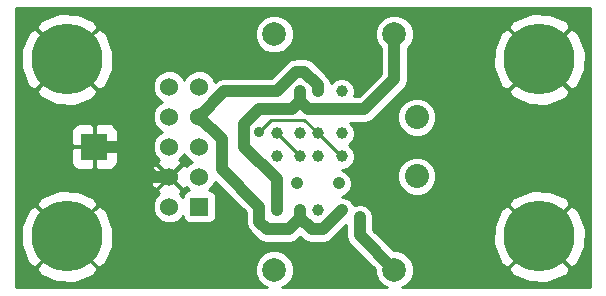
<source format=gtl>
%FSLAX36Y36*%
G04 Gerber Fmt 3.6, Leading zero omitted, Abs format (unit inch)*
G04 Created by KiCad (PCBNEW (2014-jul-16 BZR unknown)-product) date Thu 30 Oct 2014 11:01:01 AM PDT*
%MOIN*%
G01*
G04 APERTURE LIST*
%ADD10C,0.003937*%
%ADD11C,0.236220*%
%ADD12C,0.078700*%
%ADD13R,0.088000X0.088000*%
%ADD14C,0.039370*%
%ADD15C,0.041339*%
%ADD16C,0.080000*%
%ADD17R,0.060000X0.060000*%
%ADD18C,0.060000*%
%ADD19C,0.035000*%
%ADD20C,0.040000*%
%ADD21C,0.010000*%
G04 APERTURE END LIST*
D10*
D11*
X4133858Y-4133858D03*
X5708661Y-4133858D03*
X4133858Y-4724409D03*
X5708661Y-4724409D03*
D12*
X5225000Y-4835000D03*
X4825000Y-4835000D03*
X5225000Y-4050000D03*
X4825000Y-4050000D03*
D13*
X4225000Y-4425000D03*
D14*
X4832677Y-4636772D03*
X4911417Y-4636811D03*
X4832677Y-4457677D03*
X4911417Y-4457677D03*
D15*
X4901575Y-4547244D03*
D14*
X4970472Y-4636772D03*
X5049213Y-4636811D03*
X4970472Y-4457677D03*
X5049213Y-4457677D03*
D15*
X5039370Y-4547244D03*
D14*
X4911417Y-4241142D03*
X4832677Y-4241142D03*
X4911417Y-4380906D03*
X4832677Y-4380906D03*
X5049213Y-4241142D03*
X4970472Y-4241142D03*
X5049213Y-4380906D03*
X4970472Y-4380906D03*
D16*
X5300000Y-4523425D03*
X5300000Y-4326575D03*
D17*
X4575000Y-4625000D03*
D18*
X4475000Y-4625000D03*
X4575000Y-4525000D03*
X4475000Y-4525000D03*
X4575000Y-4425000D03*
X4475000Y-4425000D03*
X4575000Y-4325000D03*
X4475000Y-4325000D03*
X4575000Y-4225000D03*
X4475000Y-4225000D03*
D19*
X5110000Y-4660000D03*
X4775000Y-4375000D03*
D20*
X5225000Y-4835000D02*
X5110000Y-4720000D01*
X5110000Y-4720000D02*
X5110000Y-4660000D01*
X4832677Y-4636772D02*
X4832677Y-4532677D01*
X4725000Y-4350000D02*
X4775000Y-4300000D01*
X4725000Y-4425000D02*
X4725000Y-4350000D01*
X4832677Y-4532677D02*
X4725000Y-4425000D01*
X4883770Y-4300000D02*
X4911417Y-4272353D01*
X4775000Y-4300000D02*
X4883770Y-4300000D01*
X4911417Y-4241142D02*
X4911417Y-4272353D01*
X5225000Y-4200000D02*
X5225000Y-4050000D01*
X5125000Y-4300000D02*
X5225000Y-4200000D01*
X4939064Y-4300000D02*
X5125000Y-4300000D01*
X4911417Y-4272353D02*
X4939064Y-4300000D01*
D21*
X4970472Y-4380906D02*
X5047244Y-4457677D01*
X5047244Y-4457677D02*
X5049213Y-4457677D01*
X4924567Y-4335000D02*
X4815000Y-4335000D01*
X4815000Y-4335000D02*
X4775000Y-4375000D01*
X4924567Y-4335000D02*
X4970472Y-4380906D01*
X4832677Y-4380906D02*
X4909449Y-4457677D01*
X4909449Y-4457677D02*
X4911417Y-4457677D01*
D20*
X4133858Y-4724409D02*
X4134449Y-4725000D01*
X4425000Y-4525000D02*
X4325000Y-4425000D01*
X4325000Y-4425000D02*
X4225000Y-4425000D01*
X4475000Y-4525000D02*
X4425000Y-4525000D01*
X4970472Y-4241142D02*
X4970472Y-4220472D01*
X4898819Y-4175000D02*
X4832677Y-4241142D01*
X4925000Y-4175000D02*
X4898819Y-4175000D01*
X4970472Y-4220472D02*
X4925000Y-4175000D01*
X4911417Y-4661417D02*
X4911417Y-4636811D01*
X5049213Y-4636811D02*
X4986024Y-4700000D01*
X4950000Y-4700000D02*
X4911417Y-4661417D01*
X4986024Y-4700000D02*
X4950000Y-4700000D01*
X4658858Y-4241142D02*
X4575000Y-4325000D01*
X4832677Y-4241142D02*
X4658858Y-4241142D01*
X4650000Y-4400000D02*
X4650000Y-4500000D01*
X4650000Y-4500000D02*
X4775000Y-4625000D01*
X4775000Y-4625000D02*
X4775000Y-4675000D01*
X4775000Y-4675000D02*
X4800000Y-4700000D01*
X4800000Y-4700000D02*
X4872835Y-4700000D01*
X4872835Y-4700000D02*
X4911417Y-4661417D01*
X4575000Y-4325000D02*
X4650000Y-4400000D01*
D21*
G36*
X5878543Y-4894291D02*
X5862690Y-4894291D01*
X5862690Y-4699001D01*
X5862690Y-4108450D01*
X5841242Y-4051440D01*
X5835542Y-4042910D01*
X5813565Y-4030369D01*
X5812151Y-4031783D01*
X5812151Y-4028954D01*
X5799610Y-4006978D01*
X5744131Y-3981831D01*
X5683253Y-3979830D01*
X5626243Y-4001278D01*
X5617713Y-4006978D01*
X5605172Y-4028954D01*
X5708661Y-4132444D01*
X5812151Y-4028954D01*
X5812151Y-4031783D01*
X5710076Y-4133858D01*
X5813565Y-4237348D01*
X5835542Y-4224806D01*
X5860688Y-4169328D01*
X5862690Y-4108450D01*
X5862690Y-4699001D01*
X5841242Y-4641991D01*
X5835542Y-4633461D01*
X5813565Y-4620920D01*
X5812151Y-4622334D01*
X5812151Y-4619506D01*
X5812151Y-4238762D01*
X5708661Y-4135272D01*
X5707247Y-4136687D01*
X5707247Y-4133858D01*
X5603758Y-4030369D01*
X5581781Y-4042910D01*
X5556635Y-4098388D01*
X5554633Y-4159266D01*
X5576081Y-4216276D01*
X5581781Y-4224806D01*
X5603758Y-4237348D01*
X5707247Y-4133858D01*
X5707247Y-4136687D01*
X5605172Y-4238762D01*
X5617713Y-4260739D01*
X5673191Y-4285885D01*
X5734070Y-4287887D01*
X5791080Y-4266439D01*
X5799610Y-4260739D01*
X5812151Y-4238762D01*
X5812151Y-4619506D01*
X5799610Y-4597529D01*
X5744131Y-4572383D01*
X5683253Y-4570381D01*
X5626243Y-4591829D01*
X5617713Y-4597529D01*
X5605172Y-4619506D01*
X5708661Y-4722995D01*
X5812151Y-4619506D01*
X5812151Y-4622334D01*
X5710076Y-4724409D01*
X5813565Y-4827899D01*
X5835542Y-4815358D01*
X5860688Y-4759879D01*
X5862690Y-4699001D01*
X5862690Y-4894291D01*
X5812151Y-4894291D01*
X5812151Y-4829313D01*
X5708661Y-4725824D01*
X5707247Y-4727238D01*
X5707247Y-4724409D01*
X5603758Y-4620920D01*
X5581781Y-4633461D01*
X5556635Y-4688939D01*
X5554633Y-4749818D01*
X5576081Y-4806828D01*
X5581781Y-4815358D01*
X5603758Y-4827899D01*
X5707247Y-4724409D01*
X5707247Y-4727238D01*
X5605172Y-4829313D01*
X5617713Y-4851290D01*
X5673191Y-4876436D01*
X5734070Y-4878438D01*
X5791080Y-4856990D01*
X5799610Y-4851290D01*
X5812151Y-4829313D01*
X5812151Y-4894291D01*
X5365011Y-4894291D01*
X5365011Y-4510553D01*
X5365011Y-4313702D01*
X5355136Y-4289803D01*
X5336868Y-4271503D01*
X5312986Y-4261586D01*
X5287127Y-4261564D01*
X5263229Y-4271438D01*
X5244928Y-4289707D01*
X5235011Y-4313589D01*
X5234989Y-4339447D01*
X5244864Y-4363346D01*
X5263132Y-4381647D01*
X5287014Y-4391564D01*
X5312873Y-4391586D01*
X5336771Y-4381711D01*
X5355072Y-4363442D01*
X5364989Y-4339561D01*
X5365011Y-4313702D01*
X5365011Y-4510553D01*
X5355136Y-4486654D01*
X5336868Y-4468353D01*
X5312986Y-4458436D01*
X5287127Y-4458414D01*
X5263229Y-4468289D01*
X5244928Y-4486558D01*
X5235011Y-4510439D01*
X5234989Y-4536298D01*
X5244864Y-4560197D01*
X5263132Y-4578497D01*
X5287014Y-4588414D01*
X5312873Y-4588436D01*
X5336771Y-4578562D01*
X5355072Y-4560293D01*
X5364989Y-4536411D01*
X5365011Y-4510553D01*
X5365011Y-4894291D01*
X5250014Y-4894291D01*
X5261404Y-4889585D01*
X5279521Y-4871499D01*
X5289339Y-4847856D01*
X5289361Y-4822256D01*
X5279585Y-4798596D01*
X5261499Y-4780479D01*
X5237856Y-4770661D01*
X5224289Y-4770649D01*
X5155000Y-4701360D01*
X5155000Y-4660000D01*
X5151575Y-4642779D01*
X5141820Y-4628180D01*
X5127221Y-4618425D01*
X5110000Y-4615000D01*
X5092779Y-4618425D01*
X5090816Y-4619737D01*
X5090787Y-4619590D01*
X5089894Y-4618254D01*
X5087117Y-4611532D01*
X5081933Y-4606339D01*
X5081032Y-4604991D01*
X5079696Y-4604098D01*
X5074558Y-4598951D01*
X5067781Y-4596137D01*
X5066433Y-4595236D01*
X5064857Y-4594923D01*
X5058140Y-4592134D01*
X5050803Y-4592127D01*
X5050488Y-4592065D01*
X5065206Y-4585983D01*
X5078064Y-4573147D01*
X5085031Y-4556368D01*
X5085047Y-4538200D01*
X5078109Y-4521408D01*
X5065273Y-4508550D01*
X5050374Y-4502363D01*
X5058062Y-4502370D01*
X5074492Y-4495581D01*
X5087073Y-4483022D01*
X5093890Y-4466605D01*
X5093905Y-4448828D01*
X5087117Y-4432398D01*
X5074558Y-4419817D01*
X5073309Y-4419298D01*
X5074492Y-4418810D01*
X5087073Y-4406251D01*
X5093890Y-4389833D01*
X5093905Y-4372056D01*
X5087117Y-4355627D01*
X5076509Y-4345000D01*
X5125000Y-4345000D01*
X5142221Y-4341575D01*
X5156820Y-4331820D01*
X5256820Y-4231820D01*
X5266575Y-4217221D01*
X5270000Y-4200000D01*
X5270000Y-4096004D01*
X5279521Y-4086499D01*
X5289339Y-4062856D01*
X5289361Y-4037256D01*
X5279585Y-4013596D01*
X5261499Y-3995479D01*
X5237856Y-3985661D01*
X5212256Y-3985639D01*
X5188596Y-3995415D01*
X5170479Y-4013501D01*
X5160661Y-4037144D01*
X5160639Y-4062744D01*
X5170415Y-4086404D01*
X5180000Y-4096006D01*
X5180000Y-4181360D01*
X5106360Y-4255000D01*
X5091842Y-4255000D01*
X5093890Y-4250069D01*
X5093905Y-4232292D01*
X5087117Y-4215863D01*
X5074558Y-4203282D01*
X5058140Y-4196464D01*
X5040363Y-4196449D01*
X5023934Y-4203238D01*
X5014014Y-4213140D01*
X5012047Y-4203252D01*
X5002292Y-4188653D01*
X4956820Y-4143180D01*
X4942221Y-4133425D01*
X4925000Y-4130000D01*
X4898819Y-4130000D01*
X4889361Y-4131881D01*
X4889361Y-4037256D01*
X4879585Y-4013596D01*
X4861499Y-3995479D01*
X4837856Y-3985661D01*
X4812256Y-3985639D01*
X4788596Y-3995415D01*
X4770479Y-4013501D01*
X4760661Y-4037144D01*
X4760639Y-4062744D01*
X4770415Y-4086404D01*
X4788501Y-4104521D01*
X4812144Y-4114339D01*
X4837744Y-4114361D01*
X4861404Y-4104585D01*
X4879521Y-4086499D01*
X4889339Y-4062856D01*
X4889361Y-4037256D01*
X4889361Y-4131881D01*
X4881598Y-4133425D01*
X4866999Y-4143180D01*
X4814038Y-4196142D01*
X4658858Y-4196142D01*
X4641638Y-4199567D01*
X4627817Y-4208802D01*
X4621654Y-4193886D01*
X4606196Y-4178400D01*
X4585988Y-4170010D01*
X4564108Y-4169990D01*
X4543886Y-4178346D01*
X4528400Y-4193804D01*
X4525002Y-4201989D01*
X4521654Y-4193886D01*
X4506196Y-4178400D01*
X4485988Y-4170010D01*
X4464108Y-4169990D01*
X4443886Y-4178346D01*
X4428400Y-4193804D01*
X4420010Y-4214012D01*
X4419990Y-4235892D01*
X4428346Y-4256114D01*
X4443804Y-4271600D01*
X4451989Y-4274998D01*
X4443886Y-4278346D01*
X4428400Y-4293804D01*
X4420010Y-4314012D01*
X4419990Y-4335892D01*
X4428346Y-4356114D01*
X4443804Y-4371600D01*
X4451989Y-4374998D01*
X4443886Y-4378346D01*
X4428400Y-4393804D01*
X4420010Y-4414012D01*
X4419990Y-4435892D01*
X4428346Y-4456114D01*
X4440756Y-4468546D01*
X4439524Y-4469022D01*
X4436859Y-4470802D01*
X4435038Y-4483624D01*
X4475000Y-4523586D01*
X4514962Y-4483624D01*
X4513141Y-4470802D01*
X4508865Y-4468908D01*
X4521600Y-4456196D01*
X4524998Y-4448011D01*
X4528346Y-4456114D01*
X4543804Y-4471600D01*
X4551989Y-4474998D01*
X4543886Y-4478346D01*
X4531454Y-4490756D01*
X4530978Y-4489524D01*
X4529198Y-4486859D01*
X4516376Y-4485038D01*
X4476414Y-4525000D01*
X4516376Y-4564962D01*
X4529198Y-4563141D01*
X4531092Y-4558865D01*
X4542208Y-4570000D01*
X4540027Y-4570000D01*
X4530839Y-4573806D01*
X4523806Y-4580839D01*
X4520000Y-4590027D01*
X4520000Y-4592229D01*
X4509244Y-4581454D01*
X4510476Y-4580978D01*
X4513141Y-4579198D01*
X4514962Y-4566376D01*
X4475000Y-4526414D01*
X4473586Y-4527828D01*
X4473586Y-4525000D01*
X4433624Y-4485038D01*
X4420802Y-4486859D01*
X4410332Y-4510503D01*
X4409706Y-4536354D01*
X4419022Y-4560476D01*
X4420802Y-4563141D01*
X4433624Y-4564962D01*
X4473586Y-4525000D01*
X4473586Y-4527828D01*
X4435038Y-4566376D01*
X4436859Y-4579198D01*
X4441135Y-4581092D01*
X4428400Y-4593804D01*
X4420010Y-4614012D01*
X4419990Y-4635892D01*
X4428346Y-4656114D01*
X4443804Y-4671600D01*
X4464012Y-4679990D01*
X4485892Y-4680010D01*
X4506114Y-4671654D01*
X4520000Y-4657792D01*
X4520000Y-4659973D01*
X4523806Y-4669161D01*
X4530839Y-4676194D01*
X4540027Y-4680000D01*
X4549973Y-4680000D01*
X4609973Y-4680000D01*
X4619161Y-4676194D01*
X4626194Y-4669161D01*
X4630000Y-4659973D01*
X4630000Y-4650027D01*
X4630000Y-4590027D01*
X4626194Y-4580839D01*
X4619161Y-4573806D01*
X4609973Y-4570000D01*
X4607771Y-4570000D01*
X4621600Y-4556196D01*
X4627748Y-4541388D01*
X4730000Y-4643640D01*
X4730000Y-4675000D01*
X4733425Y-4692221D01*
X4743180Y-4706820D01*
X4768180Y-4731820D01*
X4782779Y-4741575D01*
X4800000Y-4745000D01*
X4872835Y-4745000D01*
X4890055Y-4741575D01*
X4904654Y-4731820D01*
X4911417Y-4725057D01*
X4918180Y-4731820D01*
X4932779Y-4741575D01*
X4950000Y-4745000D01*
X4986024Y-4745000D01*
X5003244Y-4741575D01*
X5017843Y-4731820D01*
X5065000Y-4684663D01*
X5065000Y-4720000D01*
X5068425Y-4737221D01*
X5078180Y-4751820D01*
X5160651Y-4834290D01*
X5160639Y-4847744D01*
X5170415Y-4871404D01*
X5188501Y-4889521D01*
X5199988Y-4894291D01*
X4850014Y-4894291D01*
X4861404Y-4889585D01*
X4879521Y-4871499D01*
X4889339Y-4847856D01*
X4889361Y-4822256D01*
X4879585Y-4798596D01*
X4861499Y-4780479D01*
X4837856Y-4770661D01*
X4812256Y-4770639D01*
X4788596Y-4780415D01*
X4770479Y-4798501D01*
X4760661Y-4822144D01*
X4760639Y-4847744D01*
X4770415Y-4871404D01*
X4788501Y-4889521D01*
X4799988Y-4894291D01*
X4304000Y-4894291D01*
X4304000Y-4475962D01*
X4304000Y-4462038D01*
X4304000Y-4434750D01*
X4304000Y-4415250D01*
X4304000Y-4387962D01*
X4304000Y-4374038D01*
X4298672Y-4361174D01*
X4288826Y-4351328D01*
X4287887Y-4350939D01*
X4287887Y-4108450D01*
X4266439Y-4051440D01*
X4260739Y-4042910D01*
X4238762Y-4030369D01*
X4237348Y-4031783D01*
X4237348Y-4028954D01*
X4224806Y-4006978D01*
X4169328Y-3981831D01*
X4108450Y-3979830D01*
X4051440Y-4001278D01*
X4042910Y-4006978D01*
X4030369Y-4028954D01*
X4133858Y-4132444D01*
X4237348Y-4028954D01*
X4237348Y-4031783D01*
X4135272Y-4133858D01*
X4238762Y-4237348D01*
X4260739Y-4224806D01*
X4285885Y-4169328D01*
X4287887Y-4108450D01*
X4287887Y-4350939D01*
X4275962Y-4346000D01*
X4237348Y-4346000D01*
X4237348Y-4238762D01*
X4133858Y-4135272D01*
X4132444Y-4136687D01*
X4132444Y-4133858D01*
X4028954Y-4030369D01*
X4006978Y-4042910D01*
X3981831Y-4098388D01*
X3979830Y-4159266D01*
X4001278Y-4216276D01*
X4006978Y-4224806D01*
X4028954Y-4237348D01*
X4132444Y-4133858D01*
X4132444Y-4136687D01*
X4030369Y-4238762D01*
X4042910Y-4260739D01*
X4098388Y-4285885D01*
X4159266Y-4287887D01*
X4216276Y-4266439D01*
X4224806Y-4260739D01*
X4237348Y-4238762D01*
X4237348Y-4346000D01*
X4234750Y-4346000D01*
X4226000Y-4354750D01*
X4226000Y-4424000D01*
X4295250Y-4424000D01*
X4304000Y-4415250D01*
X4304000Y-4434750D01*
X4295250Y-4426000D01*
X4226000Y-4426000D01*
X4226000Y-4495250D01*
X4234750Y-4504000D01*
X4275962Y-4504000D01*
X4288826Y-4498672D01*
X4298672Y-4488826D01*
X4304000Y-4475962D01*
X4304000Y-4894291D01*
X4287887Y-4894291D01*
X4287887Y-4699001D01*
X4266439Y-4641991D01*
X4260739Y-4633461D01*
X4238762Y-4620920D01*
X4237348Y-4622334D01*
X4237348Y-4619506D01*
X4224806Y-4597529D01*
X4224000Y-4597163D01*
X4224000Y-4495250D01*
X4224000Y-4426000D01*
X4224000Y-4424000D01*
X4224000Y-4354750D01*
X4215250Y-4346000D01*
X4174038Y-4346000D01*
X4161174Y-4351328D01*
X4151328Y-4361174D01*
X4146000Y-4374038D01*
X4146000Y-4387962D01*
X4146000Y-4415250D01*
X4154750Y-4424000D01*
X4224000Y-4424000D01*
X4224000Y-4426000D01*
X4154750Y-4426000D01*
X4146000Y-4434750D01*
X4146000Y-4462038D01*
X4146000Y-4475962D01*
X4151328Y-4488826D01*
X4161174Y-4498672D01*
X4174038Y-4504000D01*
X4215250Y-4504000D01*
X4224000Y-4495250D01*
X4224000Y-4597163D01*
X4169328Y-4572383D01*
X4108450Y-4570381D01*
X4051440Y-4591829D01*
X4042910Y-4597529D01*
X4030369Y-4619506D01*
X4133858Y-4722995D01*
X4237348Y-4619506D01*
X4237348Y-4622334D01*
X4135272Y-4724409D01*
X4238762Y-4827899D01*
X4260739Y-4815358D01*
X4285885Y-4759879D01*
X4287887Y-4699001D01*
X4287887Y-4894291D01*
X4237348Y-4894291D01*
X4237348Y-4829313D01*
X4133858Y-4725824D01*
X4132444Y-4727238D01*
X4132444Y-4724409D01*
X4028954Y-4620920D01*
X4006978Y-4633461D01*
X3981831Y-4688939D01*
X3979830Y-4749818D01*
X4001278Y-4806828D01*
X4006978Y-4815358D01*
X4028954Y-4827899D01*
X4132444Y-4724409D01*
X4132444Y-4727238D01*
X4030369Y-4829313D01*
X4042910Y-4851290D01*
X4098388Y-4876436D01*
X4159266Y-4878438D01*
X4216276Y-4856990D01*
X4224806Y-4851290D01*
X4237348Y-4829313D01*
X4237348Y-4894291D01*
X3963976Y-4894291D01*
X3963976Y-3963976D01*
X5878543Y-3963976D01*
X5878543Y-4894291D01*
X5878543Y-4894291D01*
G37*
X5878543Y-4894291D02*
X5862690Y-4894291D01*
X5862690Y-4699001D01*
X5862690Y-4108450D01*
X5841242Y-4051440D01*
X5835542Y-4042910D01*
X5813565Y-4030369D01*
X5812151Y-4031783D01*
X5812151Y-4028954D01*
X5799610Y-4006978D01*
X5744131Y-3981831D01*
X5683253Y-3979830D01*
X5626243Y-4001278D01*
X5617713Y-4006978D01*
X5605172Y-4028954D01*
X5708661Y-4132444D01*
X5812151Y-4028954D01*
X5812151Y-4031783D01*
X5710076Y-4133858D01*
X5813565Y-4237348D01*
X5835542Y-4224806D01*
X5860688Y-4169328D01*
X5862690Y-4108450D01*
X5862690Y-4699001D01*
X5841242Y-4641991D01*
X5835542Y-4633461D01*
X5813565Y-4620920D01*
X5812151Y-4622334D01*
X5812151Y-4619506D01*
X5812151Y-4238762D01*
X5708661Y-4135272D01*
X5707247Y-4136687D01*
X5707247Y-4133858D01*
X5603758Y-4030369D01*
X5581781Y-4042910D01*
X5556635Y-4098388D01*
X5554633Y-4159266D01*
X5576081Y-4216276D01*
X5581781Y-4224806D01*
X5603758Y-4237348D01*
X5707247Y-4133858D01*
X5707247Y-4136687D01*
X5605172Y-4238762D01*
X5617713Y-4260739D01*
X5673191Y-4285885D01*
X5734070Y-4287887D01*
X5791080Y-4266439D01*
X5799610Y-4260739D01*
X5812151Y-4238762D01*
X5812151Y-4619506D01*
X5799610Y-4597529D01*
X5744131Y-4572383D01*
X5683253Y-4570381D01*
X5626243Y-4591829D01*
X5617713Y-4597529D01*
X5605172Y-4619506D01*
X5708661Y-4722995D01*
X5812151Y-4619506D01*
X5812151Y-4622334D01*
X5710076Y-4724409D01*
X5813565Y-4827899D01*
X5835542Y-4815358D01*
X5860688Y-4759879D01*
X5862690Y-4699001D01*
X5862690Y-4894291D01*
X5812151Y-4894291D01*
X5812151Y-4829313D01*
X5708661Y-4725824D01*
X5707247Y-4727238D01*
X5707247Y-4724409D01*
X5603758Y-4620920D01*
X5581781Y-4633461D01*
X5556635Y-4688939D01*
X5554633Y-4749818D01*
X5576081Y-4806828D01*
X5581781Y-4815358D01*
X5603758Y-4827899D01*
X5707247Y-4724409D01*
X5707247Y-4727238D01*
X5605172Y-4829313D01*
X5617713Y-4851290D01*
X5673191Y-4876436D01*
X5734070Y-4878438D01*
X5791080Y-4856990D01*
X5799610Y-4851290D01*
X5812151Y-4829313D01*
X5812151Y-4894291D01*
X5365011Y-4894291D01*
X5365011Y-4510553D01*
X5365011Y-4313702D01*
X5355136Y-4289803D01*
X5336868Y-4271503D01*
X5312986Y-4261586D01*
X5287127Y-4261564D01*
X5263229Y-4271438D01*
X5244928Y-4289707D01*
X5235011Y-4313589D01*
X5234989Y-4339447D01*
X5244864Y-4363346D01*
X5263132Y-4381647D01*
X5287014Y-4391564D01*
X5312873Y-4391586D01*
X5336771Y-4381711D01*
X5355072Y-4363442D01*
X5364989Y-4339561D01*
X5365011Y-4313702D01*
X5365011Y-4510553D01*
X5355136Y-4486654D01*
X5336868Y-4468353D01*
X5312986Y-4458436D01*
X5287127Y-4458414D01*
X5263229Y-4468289D01*
X5244928Y-4486558D01*
X5235011Y-4510439D01*
X5234989Y-4536298D01*
X5244864Y-4560197D01*
X5263132Y-4578497D01*
X5287014Y-4588414D01*
X5312873Y-4588436D01*
X5336771Y-4578562D01*
X5355072Y-4560293D01*
X5364989Y-4536411D01*
X5365011Y-4510553D01*
X5365011Y-4894291D01*
X5250014Y-4894291D01*
X5261404Y-4889585D01*
X5279521Y-4871499D01*
X5289339Y-4847856D01*
X5289361Y-4822256D01*
X5279585Y-4798596D01*
X5261499Y-4780479D01*
X5237856Y-4770661D01*
X5224289Y-4770649D01*
X5155000Y-4701360D01*
X5155000Y-4660000D01*
X5151575Y-4642779D01*
X5141820Y-4628180D01*
X5127221Y-4618425D01*
X5110000Y-4615000D01*
X5092779Y-4618425D01*
X5090816Y-4619737D01*
X5090787Y-4619590D01*
X5089894Y-4618254D01*
X5087117Y-4611532D01*
X5081933Y-4606339D01*
X5081032Y-4604991D01*
X5079696Y-4604098D01*
X5074558Y-4598951D01*
X5067781Y-4596137D01*
X5066433Y-4595236D01*
X5064857Y-4594923D01*
X5058140Y-4592134D01*
X5050803Y-4592127D01*
X5050488Y-4592065D01*
X5065206Y-4585983D01*
X5078064Y-4573147D01*
X5085031Y-4556368D01*
X5085047Y-4538200D01*
X5078109Y-4521408D01*
X5065273Y-4508550D01*
X5050374Y-4502363D01*
X5058062Y-4502370D01*
X5074492Y-4495581D01*
X5087073Y-4483022D01*
X5093890Y-4466605D01*
X5093905Y-4448828D01*
X5087117Y-4432398D01*
X5074558Y-4419817D01*
X5073309Y-4419298D01*
X5074492Y-4418810D01*
X5087073Y-4406251D01*
X5093890Y-4389833D01*
X5093905Y-4372056D01*
X5087117Y-4355627D01*
X5076509Y-4345000D01*
X5125000Y-4345000D01*
X5142221Y-4341575D01*
X5156820Y-4331820D01*
X5256820Y-4231820D01*
X5266575Y-4217221D01*
X5270000Y-4200000D01*
X5270000Y-4096004D01*
X5279521Y-4086499D01*
X5289339Y-4062856D01*
X5289361Y-4037256D01*
X5279585Y-4013596D01*
X5261499Y-3995479D01*
X5237856Y-3985661D01*
X5212256Y-3985639D01*
X5188596Y-3995415D01*
X5170479Y-4013501D01*
X5160661Y-4037144D01*
X5160639Y-4062744D01*
X5170415Y-4086404D01*
X5180000Y-4096006D01*
X5180000Y-4181360D01*
X5106360Y-4255000D01*
X5091842Y-4255000D01*
X5093890Y-4250069D01*
X5093905Y-4232292D01*
X5087117Y-4215863D01*
X5074558Y-4203282D01*
X5058140Y-4196464D01*
X5040363Y-4196449D01*
X5023934Y-4203238D01*
X5014014Y-4213140D01*
X5012047Y-4203252D01*
X5002292Y-4188653D01*
X4956820Y-4143180D01*
X4942221Y-4133425D01*
X4925000Y-4130000D01*
X4898819Y-4130000D01*
X4889361Y-4131881D01*
X4889361Y-4037256D01*
X4879585Y-4013596D01*
X4861499Y-3995479D01*
X4837856Y-3985661D01*
X4812256Y-3985639D01*
X4788596Y-3995415D01*
X4770479Y-4013501D01*
X4760661Y-4037144D01*
X4760639Y-4062744D01*
X4770415Y-4086404D01*
X4788501Y-4104521D01*
X4812144Y-4114339D01*
X4837744Y-4114361D01*
X4861404Y-4104585D01*
X4879521Y-4086499D01*
X4889339Y-4062856D01*
X4889361Y-4037256D01*
X4889361Y-4131881D01*
X4881598Y-4133425D01*
X4866999Y-4143180D01*
X4814038Y-4196142D01*
X4658858Y-4196142D01*
X4641638Y-4199567D01*
X4627817Y-4208802D01*
X4621654Y-4193886D01*
X4606196Y-4178400D01*
X4585988Y-4170010D01*
X4564108Y-4169990D01*
X4543886Y-4178346D01*
X4528400Y-4193804D01*
X4525002Y-4201989D01*
X4521654Y-4193886D01*
X4506196Y-4178400D01*
X4485988Y-4170010D01*
X4464108Y-4169990D01*
X4443886Y-4178346D01*
X4428400Y-4193804D01*
X4420010Y-4214012D01*
X4419990Y-4235892D01*
X4428346Y-4256114D01*
X4443804Y-4271600D01*
X4451989Y-4274998D01*
X4443886Y-4278346D01*
X4428400Y-4293804D01*
X4420010Y-4314012D01*
X4419990Y-4335892D01*
X4428346Y-4356114D01*
X4443804Y-4371600D01*
X4451989Y-4374998D01*
X4443886Y-4378346D01*
X4428400Y-4393804D01*
X4420010Y-4414012D01*
X4419990Y-4435892D01*
X4428346Y-4456114D01*
X4440756Y-4468546D01*
X4439524Y-4469022D01*
X4436859Y-4470802D01*
X4435038Y-4483624D01*
X4475000Y-4523586D01*
X4514962Y-4483624D01*
X4513141Y-4470802D01*
X4508865Y-4468908D01*
X4521600Y-4456196D01*
X4524998Y-4448011D01*
X4528346Y-4456114D01*
X4543804Y-4471600D01*
X4551989Y-4474998D01*
X4543886Y-4478346D01*
X4531454Y-4490756D01*
X4530978Y-4489524D01*
X4529198Y-4486859D01*
X4516376Y-4485038D01*
X4476414Y-4525000D01*
X4516376Y-4564962D01*
X4529198Y-4563141D01*
X4531092Y-4558865D01*
X4542208Y-4570000D01*
X4540027Y-4570000D01*
X4530839Y-4573806D01*
X4523806Y-4580839D01*
X4520000Y-4590027D01*
X4520000Y-4592229D01*
X4509244Y-4581454D01*
X4510476Y-4580978D01*
X4513141Y-4579198D01*
X4514962Y-4566376D01*
X4475000Y-4526414D01*
X4473586Y-4527828D01*
X4473586Y-4525000D01*
X4433624Y-4485038D01*
X4420802Y-4486859D01*
X4410332Y-4510503D01*
X4409706Y-4536354D01*
X4419022Y-4560476D01*
X4420802Y-4563141D01*
X4433624Y-4564962D01*
X4473586Y-4525000D01*
X4473586Y-4527828D01*
X4435038Y-4566376D01*
X4436859Y-4579198D01*
X4441135Y-4581092D01*
X4428400Y-4593804D01*
X4420010Y-4614012D01*
X4419990Y-4635892D01*
X4428346Y-4656114D01*
X4443804Y-4671600D01*
X4464012Y-4679990D01*
X4485892Y-4680010D01*
X4506114Y-4671654D01*
X4520000Y-4657792D01*
X4520000Y-4659973D01*
X4523806Y-4669161D01*
X4530839Y-4676194D01*
X4540027Y-4680000D01*
X4549973Y-4680000D01*
X4609973Y-4680000D01*
X4619161Y-4676194D01*
X4626194Y-4669161D01*
X4630000Y-4659973D01*
X4630000Y-4650027D01*
X4630000Y-4590027D01*
X4626194Y-4580839D01*
X4619161Y-4573806D01*
X4609973Y-4570000D01*
X4607771Y-4570000D01*
X4621600Y-4556196D01*
X4627748Y-4541388D01*
X4730000Y-4643640D01*
X4730000Y-4675000D01*
X4733425Y-4692221D01*
X4743180Y-4706820D01*
X4768180Y-4731820D01*
X4782779Y-4741575D01*
X4800000Y-4745000D01*
X4872835Y-4745000D01*
X4890055Y-4741575D01*
X4904654Y-4731820D01*
X4911417Y-4725057D01*
X4918180Y-4731820D01*
X4932779Y-4741575D01*
X4950000Y-4745000D01*
X4986024Y-4745000D01*
X5003244Y-4741575D01*
X5017843Y-4731820D01*
X5065000Y-4684663D01*
X5065000Y-4720000D01*
X5068425Y-4737221D01*
X5078180Y-4751820D01*
X5160651Y-4834290D01*
X5160639Y-4847744D01*
X5170415Y-4871404D01*
X5188501Y-4889521D01*
X5199988Y-4894291D01*
X4850014Y-4894291D01*
X4861404Y-4889585D01*
X4879521Y-4871499D01*
X4889339Y-4847856D01*
X4889361Y-4822256D01*
X4879585Y-4798596D01*
X4861499Y-4780479D01*
X4837856Y-4770661D01*
X4812256Y-4770639D01*
X4788596Y-4780415D01*
X4770479Y-4798501D01*
X4760661Y-4822144D01*
X4760639Y-4847744D01*
X4770415Y-4871404D01*
X4788501Y-4889521D01*
X4799988Y-4894291D01*
X4304000Y-4894291D01*
X4304000Y-4475962D01*
X4304000Y-4462038D01*
X4304000Y-4434750D01*
X4304000Y-4415250D01*
X4304000Y-4387962D01*
X4304000Y-4374038D01*
X4298672Y-4361174D01*
X4288826Y-4351328D01*
X4287887Y-4350939D01*
X4287887Y-4108450D01*
X4266439Y-4051440D01*
X4260739Y-4042910D01*
X4238762Y-4030369D01*
X4237348Y-4031783D01*
X4237348Y-4028954D01*
X4224806Y-4006978D01*
X4169328Y-3981831D01*
X4108450Y-3979830D01*
X4051440Y-4001278D01*
X4042910Y-4006978D01*
X4030369Y-4028954D01*
X4133858Y-4132444D01*
X4237348Y-4028954D01*
X4237348Y-4031783D01*
X4135272Y-4133858D01*
X4238762Y-4237348D01*
X4260739Y-4224806D01*
X4285885Y-4169328D01*
X4287887Y-4108450D01*
X4287887Y-4350939D01*
X4275962Y-4346000D01*
X4237348Y-4346000D01*
X4237348Y-4238762D01*
X4133858Y-4135272D01*
X4132444Y-4136687D01*
X4132444Y-4133858D01*
X4028954Y-4030369D01*
X4006978Y-4042910D01*
X3981831Y-4098388D01*
X3979830Y-4159266D01*
X4001278Y-4216276D01*
X4006978Y-4224806D01*
X4028954Y-4237348D01*
X4132444Y-4133858D01*
X4132444Y-4136687D01*
X4030369Y-4238762D01*
X4042910Y-4260739D01*
X4098388Y-4285885D01*
X4159266Y-4287887D01*
X4216276Y-4266439D01*
X4224806Y-4260739D01*
X4237348Y-4238762D01*
X4237348Y-4346000D01*
X4234750Y-4346000D01*
X4226000Y-4354750D01*
X4226000Y-4424000D01*
X4295250Y-4424000D01*
X4304000Y-4415250D01*
X4304000Y-4434750D01*
X4295250Y-4426000D01*
X4226000Y-4426000D01*
X4226000Y-4495250D01*
X4234750Y-4504000D01*
X4275962Y-4504000D01*
X4288826Y-4498672D01*
X4298672Y-4488826D01*
X4304000Y-4475962D01*
X4304000Y-4894291D01*
X4287887Y-4894291D01*
X4287887Y-4699001D01*
X4266439Y-4641991D01*
X4260739Y-4633461D01*
X4238762Y-4620920D01*
X4237348Y-4622334D01*
X4237348Y-4619506D01*
X4224806Y-4597529D01*
X4224000Y-4597163D01*
X4224000Y-4495250D01*
X4224000Y-4426000D01*
X4224000Y-4424000D01*
X4224000Y-4354750D01*
X4215250Y-4346000D01*
X4174038Y-4346000D01*
X4161174Y-4351328D01*
X4151328Y-4361174D01*
X4146000Y-4374038D01*
X4146000Y-4387962D01*
X4146000Y-4415250D01*
X4154750Y-4424000D01*
X4224000Y-4424000D01*
X4224000Y-4426000D01*
X4154750Y-4426000D01*
X4146000Y-4434750D01*
X4146000Y-4462038D01*
X4146000Y-4475962D01*
X4151328Y-4488826D01*
X4161174Y-4498672D01*
X4174038Y-4504000D01*
X4215250Y-4504000D01*
X4224000Y-4495250D01*
X4224000Y-4597163D01*
X4169328Y-4572383D01*
X4108450Y-4570381D01*
X4051440Y-4591829D01*
X4042910Y-4597529D01*
X4030369Y-4619506D01*
X4133858Y-4722995D01*
X4237348Y-4619506D01*
X4237348Y-4622334D01*
X4135272Y-4724409D01*
X4238762Y-4827899D01*
X4260739Y-4815358D01*
X4285885Y-4759879D01*
X4287887Y-4699001D01*
X4287887Y-4894291D01*
X4237348Y-4894291D01*
X4237348Y-4829313D01*
X4133858Y-4725824D01*
X4132444Y-4727238D01*
X4132444Y-4724409D01*
X4028954Y-4620920D01*
X4006978Y-4633461D01*
X3981831Y-4688939D01*
X3979830Y-4749818D01*
X4001278Y-4806828D01*
X4006978Y-4815358D01*
X4028954Y-4827899D01*
X4132444Y-4724409D01*
X4132444Y-4727238D01*
X4030369Y-4829313D01*
X4042910Y-4851290D01*
X4098388Y-4876436D01*
X4159266Y-4878438D01*
X4216276Y-4856990D01*
X4224806Y-4851290D01*
X4237348Y-4829313D01*
X4237348Y-4894291D01*
X3963976Y-4894291D01*
X3963976Y-3963976D01*
X5878543Y-3963976D01*
X5878543Y-4894291D01*
M02*

</source>
